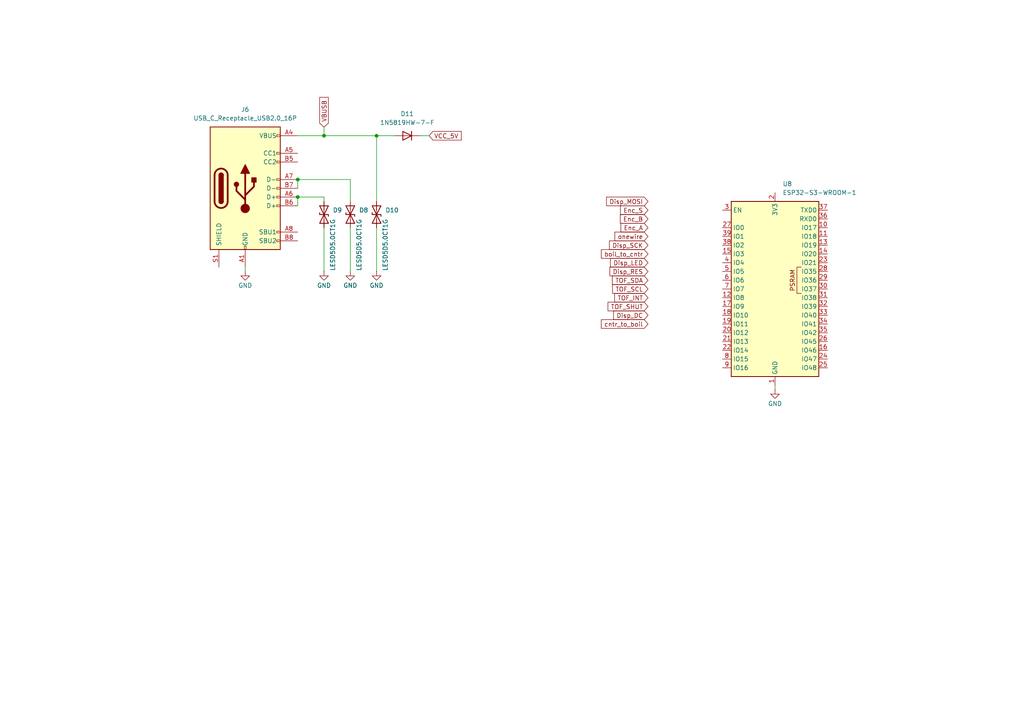
<source format=kicad_sch>
(kicad_sch (version 20231120) (generator "eeschema") (generator_version "8.0")
  (paper "A4")
  (title_block (title "Power and ESP32-S3"))
  (lib_symbols
    (symbol "Connector:USB_C_Receptacle_USB2.0_16P" (pin_names (offset 1.016))
      (property "Reference" "J" (at 0 22.225 0))
      (property "Value" "USB_C_Receptacle_USB2.0_16P" (at 0 19.685 0))
      (symbol "USB_C_Receptacle_USB2.0_16P_0_0"
        (rectangle (start -0.254 -17.78) (end 0.254 -16.764))
        (rectangle (start 10.16 -14.986) (end 9.144 -15.494))
        (rectangle (start 10.16 -12.446) (end 9.144 -12.954))
        (rectangle (start 10.16 -4.826) (end 9.144 -5.334))
        (rectangle (start 10.16 -2.286) (end 9.144 -2.794))
        (rectangle (start 10.16 0.254) (end 9.144 -0.254))
        (rectangle (start 10.16 2.794) (end 9.144 2.286))
        (rectangle (start 10.16 7.874) (end 9.144 7.366))
        (rectangle (start 10.16 10.414) (end 9.144 9.906))
        (rectangle (start 10.16 15.494) (end 9.144 14.986))
      )
      (symbol "USB_C_Receptacle_USB2.0_16P_0_1"
        (rectangle (start -10.16 17.78) (end 10.16 -17.78) (stroke (width 0.254)) (fill (type background)))
        (arc (start -8.89 -3.81) (mid -6.985 -5.7067) (end -5.08 -3.81) (stroke (width 0.508)))
        (arc (start -7.62 -3.81) (mid -6.985 -4.4423) (end -6.35 -3.81) (stroke (width 0.254)))
        (arc (start -7.62 -3.81) (mid -6.985 -4.4423) (end -6.35 -3.81) (stroke (width 0.254)) (fill (type outline)))
        (rectangle (start -7.62 -3.81) (end -6.35 3.81) (stroke (width 0.254)) (fill (type outline)))
        (arc (start -6.35 3.81) (mid -6.985 4.4423) (end -7.62 3.81) (stroke (width 0.254)))
        (arc (start -6.35 3.81) (mid -6.985 4.4423) (end -7.62 3.81) (stroke (width 0.254)) (fill (type outline)))
        (arc (start -5.08 3.81) (mid -6.985 5.7067) (end -8.89 3.81) (stroke (width 0.508)))
        (circle (center -2.54 1.143) (radius 0.635) (stroke (width 0.254)) (fill (type outline)))
        (circle (center 0 -5.842) (radius 1.27) (fill (type outline)))
        (polyline (pts (xy -8.89 -3.81) (xy -8.89 3.81)) (stroke (width 0.508)))
        (polyline (pts (xy -5.08 3.81) (xy -5.08 -3.81)) (stroke (width 0.508)))
        (polyline (pts (xy 0 -5.842) (xy 0 4.318)) (stroke (width 0.508)))
        (polyline (pts (xy 0 -3.302) (xy -2.54 -0.762) (xy -2.54 0.508)) (stroke (width 0.508)))
        (polyline (pts (xy 0 -2.032) (xy 2.54 0.508) (xy 2.54 1.778)) (stroke (width 0.508)))
        (polyline (pts (xy -1.27 4.318) (xy 0 6.858) (xy 1.27 4.318) (xy -1.27 4.318)) (stroke (width 0.254)) (fill (type outline)))
        (rectangle (start 1.905 1.778) (end 3.175 3.048) (stroke (width 0.254)) (fill (type outline)))
      )
      (symbol "USB_C_Receptacle_USB2.0_16P_1_1"
        (pin passive line (at 0 -22.86 90) (length 5.08) (name "GND") (number "A1"))
        (pin passive line (at 0 -22.86 90) (length 5.08) hide (name "GND") (number "A12"))
        (pin passive line (at 15.24 15.24 180) (length 5.08) (name "VBUS") (number "A4"))
        (pin bidirectional line (at 15.24 10.16 180) (length 5.08) (name "CC1") (number "A5"))
        (pin bidirectional line (at 15.24 -2.54 180) (length 5.08) (name "D+") (number "A6"))
        (pin bidirectional line (at 15.24 2.54 180) (length 5.08) (name "D-") (number "A7"))
        (pin bidirectional line (at 15.24 -12.7 180) (length 5.08) (name "SBU1") (number "A8"))
        (pin passive line (at 15.24 15.24 180) (length 5.08) hide (name "VBUS") (number "A9"))
        (pin passive line (at 0 -22.86 90) (length 5.08) hide (name "GND") (number "B1"))
        (pin passive line (at 0 -22.86 90) (length 5.08) hide (name "GND") (number "B12"))
        (pin passive line (at 15.24 15.24 180) (length 5.08) hide (name "VBUS") (number "B4"))
        (pin bidirectional line (at 15.24 7.62 180) (length 5.08) (name "CC2") (number "B5"))
        (pin bidirectional line (at 15.24 -5.08 180) (length 5.08) (name "D+") (number "B6"))
        (pin bidirectional line (at 15.24 0 180) (length 5.08) (name "D-") (number "B7"))
        (pin bidirectional line (at 15.24 -15.24 180) (length 5.08) (name "SBU2") (number "B8"))
        (pin passive line (at 15.24 15.24 180) (length 5.08) hide (name "VBUS") (number "B9"))
        (pin passive line (at -7.62 -22.86 90) (length 5.08) (name "SHIELD") (number "S1"))
      )
    )
    (symbol "Device:D" (pin_numbers hide) (pin_names (offset 1.016) hide)
      (property "Reference" "D" (at 0 2.54 0))
      (property "Value" "D" (at 0 -2.54 0))
      (symbol "D_0_1"
        (polyline (pts (xy -1.27 1.27) (xy -1.27 -1.27)) (stroke (width 0.254)))
        (polyline (pts (xy 1.27 0) (xy -1.27 0)))
        (polyline (pts (xy 1.27 1.27) (xy 1.27 -1.27) (xy -1.27 0) (xy 1.27 1.27)) (stroke (width 0.254)))
      )
      (symbol "D_1_1"
        (pin passive line (at -3.81 0 0) (length 2.54) (name "K") (number "1"))
        (pin passive line (at 3.81 0 180) (length 2.54) (name "A") (number "2"))
      )
    )
    (symbol "Diode:5KPxxCA" (pin_numbers hide) (pin_names (offset 1.016) hide)
      (property "Reference" "D" (at 0 2.54 0))
      (property "Value" "5KPxxCA" (at 0 -2.54 0))
      (symbol "5KPxxCA_0_1"
        (polyline (pts (xy 1.27 0) (xy -1.27 0)))
        (polyline (pts (xy -2.54 -1.27) (xy 0 0) (xy -2.54 1.27) (xy -2.54 -1.27)) (stroke (width 0.254)))
        (polyline (pts (xy 0.508 1.27) (xy 0 1.27) (xy 0 -1.27) (xy -0.508 -1.27)) (stroke (width 0.254)))
        (polyline (pts (xy 2.54 1.27) (xy 2.54 -1.27) (xy 0 0) (xy 2.54 1.27)) (stroke (width 0.254)))
      )
      (symbol "5KPxxCA_1_1"
        (pin passive line (at -3.81 0 0) (length 2.54) (name "A1") (number "1"))
        (pin passive line (at 3.81 0 180) (length 2.54) (name "A2") (number "2"))
      )
    )
    (symbol "RF_Module:ESP32-S3-WROOM-1"
      (property "Reference" "U" (at -12.7 26.67 0))
      (property "Value" "ESP32-S3-WROOM-1" (at 12.7 26.67 0))
      (symbol "ESP32-S3-WROOM-1_0_0"
        (rectangle (start -12.7 25.4) (end 12.7 -25.4) (stroke (width 0.254)) (fill (type background)))
        (text "PSRAM" (at 5.08 2.54 900) (effects (font (size 1.27 1.27))))
      )
      (symbol "ESP32-S3-WROOM-1_0_1"
        (polyline (pts (xy 7.62 -1.27) (xy 6.35 -1.27) (xy 6.35 6.35) (xy 7.62 6.35)))
      )
      (symbol "ESP32-S3-WROOM-1_1_1"
        (pin power_in line (at 0 -27.94 90) (length 2.54) (name "GND") (number "1"))
        (pin bidirectional line (at 15.24 17.78 180) (length 2.54) (name "IO17") (number "10"))
        (pin bidirectional line (at 15.24 15.24 180) (length 2.54) (name "IO18") (number "11"))
        (pin bidirectional line (at -15.24 -2.54 0) (length 2.54) (name "IO8") (number "12"))
        (pin bidirectional line (at 15.24 12.7 180) (length 2.54) (name "IO19") (number "13"))
        (pin bidirectional line (at 15.24 10.16 180) (length 2.54) (name "IO20") (number "14"))
        (pin bidirectional line (at -15.24 10.16 0) (length 2.54) (name "IO3") (number "15"))
        (pin bidirectional line (at 15.24 -17.78 180) (length 2.54) (name "IO46") (number "16"))
        (pin bidirectional line (at -15.24 -5.08 0) (length 2.54) (name "IO9") (number "17"))
        (pin bidirectional line (at -15.24 -7.62 0) (length 2.54) (name "IO10") (number "18"))
        (pin bidirectional line (at -15.24 -10.16 0) (length 2.54) (name "IO11") (number "19"))
        (pin power_in line (at 0 27.94 270) (length 2.54) (name "3V3") (number "2"))
        (pin bidirectional line (at -15.24 -12.7 0) (length 2.54) (name "IO12") (number "20"))
        (pin bidirectional line (at -15.24 -15.24 0) (length 2.54) (name "IO13") (number "21"))
        (pin bidirectional line (at -15.24 -17.78 0) (length 2.54) (name "IO14") (number "22"))
        (pin bidirectional line (at 15.24 7.62 180) (length 2.54) (name "IO21") (number "23"))
        (pin bidirectional line (at 15.24 -20.32 180) (length 2.54) (name "IO47") (number "24"))
        (pin bidirectional line (at 15.24 -22.86 180) (length 2.54) (name "IO48") (number "25"))
        (pin bidirectional line (at 15.24 -15.24 180) (length 2.54) (name "IO45") (number "26"))
        (pin bidirectional line (at -15.24 17.78 0) (length 2.54) (name "IO0") (number "27"))
        (pin bidirectional line (at 15.24 5.08 180) (length 2.54) (name "IO35") (number "28"))
        (pin bidirectional line (at 15.24 2.54 180) (length 2.54) (name "IO36") (number "29"))
        (pin input line (at -15.24 22.86 0) (length 2.54) (name "EN") (number "3"))
        (pin bidirectional line (at 15.24 0 180) (length 2.54) (name "IO37") (number "30"))
        (pin bidirectional line (at 15.24 -2.54 180) (length 2.54) (name "IO38") (number "31"))
        (pin bidirectional line (at 15.24 -5.08 180) (length 2.54) (name "IO39") (number "32"))
        (pin bidirectional line (at 15.24 -7.62 180) (length 2.54) (name "IO40") (number "33"))
        (pin bidirectional line (at 15.24 -10.16 180) (length 2.54) (name "IO41") (number "34"))
        (pin bidirectional line (at 15.24 -12.7 180) (length 2.54) (name "IO42") (number "35"))
        (pin bidirectional line (at 15.24 20.32 180) (length 2.54) (name "RXD0") (number "36"))
        (pin bidirectional line (at 15.24 22.86 180) (length 2.54) (name "TXD0") (number "37"))
        (pin bidirectional line (at -15.24 12.7 0) (length 2.54) (name "IO2") (number "38"))
        (pin bidirectional line (at -15.24 15.24 0) (length 2.54) (name "IO1") (number "39"))
        (pin bidirectional line (at -15.24 7.62 0) (length 2.54) (name "IO4") (number "4"))
        (pin passive line (at 0 -27.94 90) (length 2.54) hide (name "GND") (number "40"))
        (pin passive line (at 0 -27.94 90) (length 2.54) hide (name "GND") (number "41"))
        (pin bidirectional line (at -15.24 5.08 0) (length 2.54) (name "IO5") (number "5"))
        (pin bidirectional line (at -15.24 2.54 0) (length 2.54) (name "IO6") (number "6"))
        (pin bidirectional line (at -15.24 0 0) (length 2.54) (name "IO7") (number "7"))
        (pin bidirectional line (at -15.24 -20.32 0) (length 2.54) (name "IO15") (number "8"))
        (pin bidirectional line (at -15.24 -22.86 0) (length 2.54) (name "IO16") (number "9"))
      )
    )
    (symbol "power:GND" (power) (pin_numbers hide) (pin_names (offset 0) hide)
      (property "Value" "GND" (at 0 -3.81 0))
      (symbol "GND_0_1"
        (polyline (pts (xy 0 0) (xy 0 -1.27) (xy 1.27 -1.27) (xy 0 -2.54) (xy -1.27 -1.27) (xy 0 -1.27)))
      )
      (symbol "GND_1_1"
        (pin power_in line (at 0 0 270) (length 0) (name "~") (number "1"))
      )
    )
  )
  (junction (at 109.22 39.37))
  (junction (at 93.98 39.37))
  (junction (at 86.36 57.15))
  (junction (at 86.36 52.07))
  (wire (pts (xy 101.6 52.07) (xy 86.36 52.07)))
  (wire (pts (xy 101.6 58.42) (xy 101.6 52.07)))
  (wire (pts (xy 86.36 39.37) (xy 93.98 39.37)))
  (wire (pts (xy 86.36 52.07) (xy 86.36 54.61)))
  (wire (pts (xy 121.92 39.37) (xy 124.46 39.37)))
  (wire (pts (xy 109.22 66.04) (xy 109.22 78.74)))
  (wire (pts (xy 101.6 66.04) (xy 101.6 78.74)))
  (wire (pts (xy 93.98 36.83) (xy 93.98 39.37)))
  (wire (pts (xy 86.36 57.15) (xy 86.36 59.69)))
  (wire (pts (xy 71.12 77.47) (xy 71.12 78.74)))
  (wire (pts (xy 109.22 39.37) (xy 93.98 39.37)))
  (wire (pts (xy 93.98 66.04) (xy 93.98 78.74)))
  (wire (pts (xy 109.22 58.42) (xy 109.22 39.37)))
  (wire (pts (xy 93.98 57.15) (xy 86.36 57.15)))
  (wire (pts (xy 93.98 58.42) (xy 93.98 57.15)))
  (wire (pts (xy 224.79 111.76) (xy 224.79 113.03)))
  (wire (pts (xy 109.22 39.37) (xy 114.3 39.37)))
  (global_label "cntr_to_boil" (shape input) (at 187.96 93.98 180) (property "Intersheetrefs" "${INTERSHEET_REFS}" (effects (hide yes))))
  (global_label "Disp_LED" (shape input) (at 187.96 76.2 180) (property "Intersheetrefs" "${INTERSHEET_REFS}" (effects (hide yes))))
  (global_label "TOF_SCL" (shape input) (at 187.96 83.82 180) (property "Intersheetrefs" "${INTERSHEET_REFS}" (effects (hide yes))))
  (global_label "Disp_DC" (shape input) (at 187.96 91.44 180) (property "Intersheetrefs" "${INTERSHEET_REFS}" (effects (hide yes))))
  (global_label "TOF_INT" (shape input) (at 187.96 86.36 180) (property "Intersheetrefs" "${INTERSHEET_REFS}" (effects (hide yes))))
  (global_label "Disp_RES" (shape input) (at 187.96 78.74 180) (property "Intersheetrefs" "${INTERSHEET_REFS}" (effects (hide yes))))
  (global_label "Disp_MOSI" (shape input) (at 187.96 58.42 180) (property "Intersheetrefs" "${INTERSHEET_REFS}" (effects (hide yes))))
  (global_label "TOF_SHUT" (shape input) (at 187.96 88.9 180) (property "Intersheetrefs" "${INTERSHEET_REFS}" (effects (hide yes))))
  (global_label "Enc_B" (shape input) (at 187.96 63.5 180) (property "Intersheetrefs" "${INTERSHEET_REFS}" (effects (hide yes))))
  (global_label "TOF_SDA" (shape input) (at 187.96 81.28 180) (property "Intersheetrefs" "${INTERSHEET_REFS}" (effects (hide yes))))
  (global_label "Enc_A" (shape input) (at 187.96 66.04 180) (property "Intersheetrefs" "${INTERSHEET_REFS}" (effects (hide yes))))
  (global_label "VBUSB" (shape input) (at 93.98 36.83 90) (property "Intersheetrefs" "${INTERSHEET_REFS}" (effects (hide yes))))
  (global_label "Disp_SCK" (shape input) (at 187.96 71.12 180) (property "Intersheetrefs" "${INTERSHEET_REFS}" (effects (hide yes))))
  (global_label "boil_to_cntr" (shape input) (at 187.96 73.66 180) (property "Intersheetrefs" "${INTERSHEET_REFS}" (effects (hide yes))))
  (global_label "Enc_S" (shape input) (at 187.96 60.96 180) (property "Intersheetrefs" "${INTERSHEET_REFS}" (effects (hide yes))))
  (global_label "onewire" (shape input) (at 187.96 68.58 180) (property "Intersheetrefs" "${INTERSHEET_REFS}" (effects (hide yes))))
  (global_label "VCC_5V" (shape input) (at 124.46 39.37 0) (property "Intersheetrefs" "${INTERSHEET_REFS}" (effects (hide yes))))
  (symbol (lib_id "power:GND") (at 109.22 78.74 0) (unit 1)
    (property "Reference" "#PWR024" (effects (hide yes)))
    (property "Value" "GND" (at 109.22 82.804 0))
    (property "Description" "Power symbol creates a global label with name \"GND\" , ground" (effects (hide yes)))
  )
  (symbol (lib_id "Diode:5KPxxCA") (at 109.22 62.23 90) (unit 1)
    (property "Reference" "D10" (at 111.76 60.9599 90) (effects (justify right)))
    (property "Value" "LESD5D5.0CT1G" (at 111.76 63.4999 0) (effects (justify right)))
    (property "Footprint" "Diode_SMD:D_SOD-523" (effects (hide yes)))
    (property "LCSC Part # " "C383211" (effects (hide yes)))
  )
  (symbol (lib_id "power:GND") (at 93.98 78.74 0) (unit 1)
    (property "Reference" "#PWR026" (effects (hide yes)))
    (property "Value" "GND" (at 93.98 82.804 0))
    (property "Description" "Power symbol creates a global label with name \"GND\" , ground" (effects (hide yes)))
  )
  (symbol (lib_id "power:GND") (at 224.79 113.03 0) (unit 1)
    (property "Reference" "#PWR023" (effects (hide yes)))
    (property "Value" "GND" (at 224.79 117.094 0))
    (property "Description" "Power symbol creates a global label with name \"GND\" , ground" (effects (hide yes)))
  )
  (symbol (lib_id "RF_Module:ESP32-S3-WROOM-1") (at 224.79 83.82 0) (unit 1)
    (property "Reference" "U8" (at 226.9841 53.34 0) (effects (justify left)))
    (property "Value" "ESP32-S3-WROOM-1" (at 226.9841 55.88 0) (effects (justify left)))
    (property "Footprint" "RF_Module:ESP32-S3-WROOM-1" (effects (hide yes)))
    (property "Datasheet" "https://www.espressif.com/sites/default/files/documentation/esp32-s3-wroom-1_wroom-1u_datasheet_en.pdf" (effects (hide yes)))
    (property "Description" "RF Module, ESP32-S3 SoC, Wi-Fi 802.11b/g/n, Bluetooth, BLE, 32-bit, 3.3V, onboard antenna, SMD" (effects (hide yes)))
    (property "LCSC Part # " "C2913204" (effects (hide yes)))
  )
  (symbol (lib_id "power:GND") (at 71.12 78.74 0) (unit 1)
    (property "Reference" "#PWR027" (effects (hide yes)))
    (property "Value" "GND" (at 71.12 82.804 0))
    (property "Description" "Power symbol creates a global label with name \"GND\" , ground" (effects (hide yes)))
  )
  (symbol (lib_id "power:GND") (at 101.6 78.74 0) (unit 1)
    (property "Reference" "#PWR025" (effects (hide yes)))
    (property "Value" "GND" (at 101.6 82.804 0))
    (property "Description" "Power symbol creates a global label with name \"GND\" , ground" (effects (hide yes)))
  )
  (symbol (lib_id "Device:D") (at 118.11 39.37 180) (unit 1)
    (property "Reference" "D11" (at 118.11 33.02 0))
    (property "Value" "1N5819HW-7-F" (at 118.11 35.56 0))
    (property "Description" "Diode" (effects (hide yes)))
    (property "Sim.Device" "D" (effects (hide yes)))
    (property "Sim.Pins" "1=K 2=A" (effects (hide yes)))
    (property "LCSC Part # " "C82544" (effects (hide yes)))
  )
  (symbol (lib_id "Diode:5KPxxCA") (at 93.98 62.23 90) (unit 1)
    (property "Reference" "D9" (at 96.52 60.9599 90) (effects (justify right)))
    (property "Value" "LESD5D5.0CT1G" (at 96.52 63.4999 0) (effects (justify right)))
    (property "Footprint" "Diode_SMD:D_SOD-523" (effects (hide yes)))
    (property "LCSC Part # " "C383211" (effects (hide yes)))
  )
  (symbol (lib_id "Connector:USB_C_Receptacle_USB2.0_16P") (at 71.12 54.61 0) (unit 1)
    (property "Reference" "J6" (at 71.12 31.75 0))
    (property "Value" "USB_C_Receptacle_USB2.0_16P" (at 71.12 34.29 0))
    (property "Footprint" "Connector_USB:USB_C_Receptacle_GCT_USB4105-xx-A_16P_TopMnt_Horizontal" (effects (hide yes)))
    (property "Datasheet" "https://www.usb.org/sites/default/files/documents/usb_type-c.zip" (effects (hide yes)))
    (property "Description" "USB 2.0-only 16P Type-C Receptacle connector" (effects (hide yes)))
    (property "LCSC Part # " "C2765186" (effects (hide yes)))
  )
  (symbol (lib_id "Diode:5KPxxCA") (at 101.6 62.23 90) (unit 1)
    (property "Reference" "D8" (at 104.14 60.9599 90) (effects (justify right)))
    (property "Value" "LESD5D5.0CT1G" (at 104.14 63.4999 0) (effects (justify right)))
    (property "Footprint" "Diode_SMD:D_SOD-523" (effects (hide yes)))
    (property "LCSC Part # " "C383211" (effects (hide yes)))
  )
)
</source>
